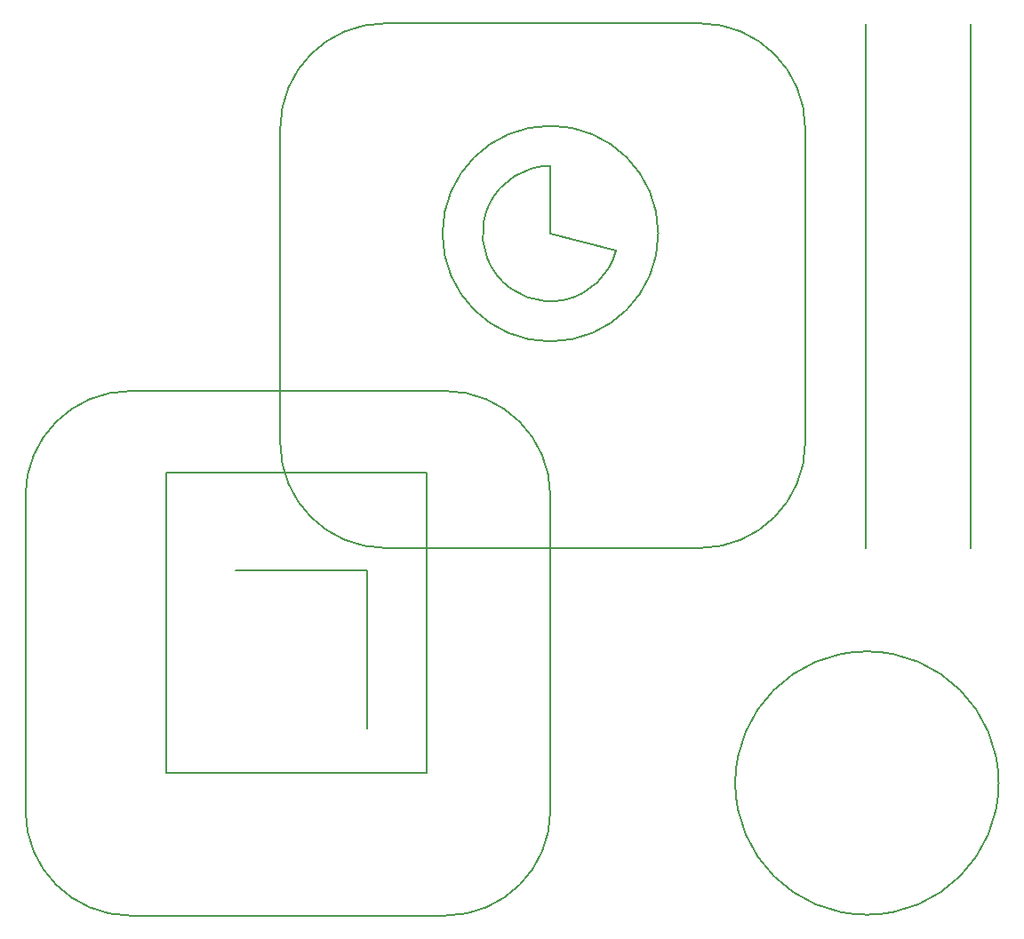
<source format=gtl>
From 6edc1bf6069f489fcc4ae11bc0523d8bfc31cfd8 Mon Sep 17 00:00:00 2001
From: jaseg <git@jaseg.de>
Date: Sat, 29 Jan 2022 21:19:11 +0100
Subject: Fix zero suppression handling and remove more old files

---
 .../tests/panelize/expects/dxf_save_line.gtl       | 93 ----------------------
 1 file changed, 93 deletions(-)
 delete mode 100644 gerbonara/gerber/tests/panelize/expects/dxf_save_line.gtl

(limited to 'gerbonara/gerber/tests/panelize/expects/dxf_save_line.gtl')

diff --git a/gerbonara/gerber/tests/panelize/expects/dxf_save_line.gtl b/gerbonara/gerber/tests/panelize/expects/dxf_save_line.gtl
deleted file mode 100644
index b3ee8f1..0000000
--- a/gerbonara/gerber/tests/panelize/expects/dxf_save_line.gtl
+++ /dev/null
@@ -1,93 +0,0 @@
-%MOMM*%
-%FSLAX34Y34*%
-%IPPOS*%
-%ADD10C,0.2*%
-G75*
-%LPD*%
-D10*
-G01*
-X800000Y850000D02*
-G75*
-G01*
-X800000Y350000D01*
-G01*
-X900000Y850000D02*
-G75*
-G01*
-X900000Y350000D01*
-G01*
-X200000Y329390D02*
-G75*
-G01*
-X325827Y329390D01*
-G01*
-X325827Y178443D01*
-G01*
-X400000Y0D02*
-G75*
-G01*
-X100000Y0D01*
-G02*
-X0Y100000I0J100000D01*
-G01*
-X0Y400000D01*
-G02*
-X100000Y500000I100000J0D01*
-G01*
-X400000Y500000D01*
-G02*
-X500000Y400000I0J-100000D01*
-G01*
-X500000Y100000D01*
-G02*
-X400000Y0I-100000J0D01*
-G01*
-X742704Y750394D02*
-G75*
-G01*
-X742704Y450394D01*
-G02*
-X642704Y350394I-100000J0D01*
-G01*
-X342704Y350394D01*
-G02*
-X242704Y450394I0J100000D01*
-G01*
-X242704Y750394D01*
-G02*
-X342704Y850394I100000J0D01*
-G01*
-X642704Y850394D01*
-G02*
-X742704Y750394I0J-100000D01*
-G01*
-X382038Y422062D02*
-G75*
-G01*
-X134512Y422062D01*
-G01*
-X134512Y135960D01*
-G01*
-X382038Y135960D01*
-G01*
-X382038Y422062D01*
-G01*
-X927009Y126316D02*
-G75*
-G03*
-X927009Y126316I-125463J0D01*
-G01*
-X602773Y650000D02*
-G75*
-G03*
-X602773Y650000I-102773J0D01*
-G01*
-X500000Y650000D02*
-G75*
-G01*
-X500000Y714592D01*
-G03*
-X562602Y634088I0J-64592D01*
-G01*
-X500000Y650000D01*
-M02*
-- 
cgit 


</source>
